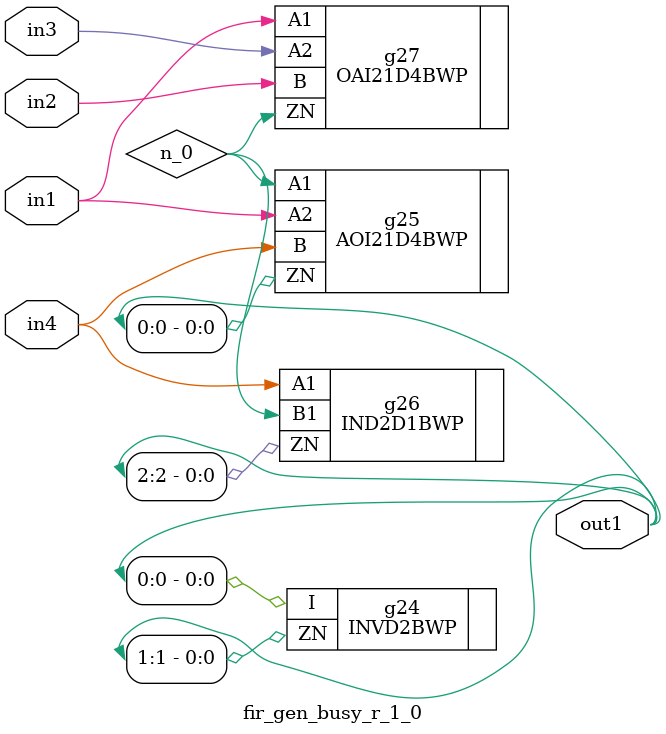
<source format=v>
`timescale 1ps / 1ps


module fir_gen_busy_r_1_0(in1, in2, in3, in4, out1);
  input in1, in2, in3, in4;
  output [2:0] out1;
  wire in1, in2, in3, in4;
  wire [2:0] out1;
  wire n_0;
  INVD2BWP g24(.I (out1[0]), .ZN (out1[1]));
  AOI21D4BWP g25(.A1 (n_0), .A2 (in1), .B (in4), .ZN (out1[0]));
  IND2D1BWP g26(.A1 (in4), .B1 (n_0), .ZN (out1[2]));
  OAI21D4BWP g27(.A1 (in1), .A2 (in3), .B (in2), .ZN (n_0));
endmodule



</source>
